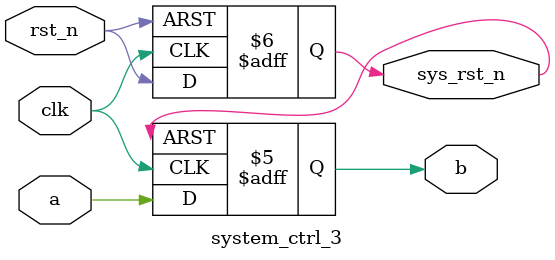
<source format=v>
module system_ctrl_3 (
    input wire clk,
    input wire rst_n,

    input wire a,
    output reg b,

    output reg sys_rst_n
);

    

    always @(posedge clk, negedge rst_n) begin
        if(!rst_n) begin
            sys_rst_n <= 1'b0;
        end
        else begin
            sys_rst_n <= rst_n;
        end
    end

    always @(posedge clk, negedge sys_rst_n) begin
        if(!sys_rst_n) begin
            b <= 1'b0;
        end
        else begin
            b <= a;
        end
    end
    
endmodule
</source>
